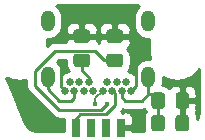
<source format=gbl>
%TF.GenerationSoftware,KiCad,Pcbnew,(5.1.6)-1*%
%TF.CreationDate,2022-01-04T17:41:04+01:00*%
%TF.ProjectId,headphone_plug,68656164-7068-46f6-9e65-5f706c75672e,rev?*%
%TF.SameCoordinates,Original*%
%TF.FileFunction,Copper,L2,Bot*%
%TF.FilePolarity,Positive*%
%FSLAX46Y46*%
G04 Gerber Fmt 4.6, Leading zero omitted, Abs format (unit mm)*
G04 Created by KiCad (PCBNEW (5.1.6)-1) date 2022-01-04 17:41:04*
%MOMM*%
%LPD*%
G01*
G04 APERTURE LIST*
%TA.AperFunction,ComponentPad*%
%ADD10O,1.200000X1.800000*%
%TD*%
%TA.AperFunction,ComponentPad*%
%ADD11C,0.650000*%
%TD*%
%TA.AperFunction,SMDPad,CuDef*%
%ADD12R,0.762000X1.524000*%
%TD*%
%TA.AperFunction,ViaPad*%
%ADD13C,0.400000*%
%TD*%
%TA.AperFunction,Conductor*%
%ADD14C,0.254000*%
%TD*%
%TA.AperFunction,Conductor*%
%ADD15C,0.127000*%
%TD*%
G04 APERTURE END LIST*
D10*
%TO.P,J1,S1*%
%TO.N,Net-(C1-Pad2)*%
X165920000Y-92620000D03*
X157380000Y-92620000D03*
X157380000Y-87890000D03*
X165920000Y-87890000D03*
D11*
%TO.P,J1,B1*%
%TO.N,GND*%
X158850000Y-93770000D03*
%TO.P,J1,B4*%
%TO.N,+5V*%
X160450000Y-93770000D03*
%TO.P,J1,B6*%
%TO.N,UD+*%
X161250000Y-93770000D03*
%TO.P,J1,B7*%
%TO.N,UD-*%
X162050000Y-93770000D03*
%TO.P,J1,B9*%
%TO.N,+5V*%
X162850000Y-93770000D03*
%TO.P,J1,B12*%
%TO.N,GND*%
X164450000Y-93770000D03*
%TO.P,J1,B2*%
%TO.N,N/C*%
X159250000Y-93070000D03*
%TO.P,J1,B3*%
X160050000Y-93070000D03*
%TO.P,J1,B5*%
%TO.N,Net-(J1-PadB5)*%
X160850000Y-93070000D03*
%TO.P,J1,B8*%
%TO.N,Net-(J1-PadB8)*%
X162450000Y-93070000D03*
%TO.P,J1,B10*%
%TO.N,N/C*%
X163250000Y-93070000D03*
%TO.P,J1,B11*%
X164050000Y-93070000D03*
%TO.P,J1,S1*%
%TO.N,Net-(C1-Pad2)*%
X159650000Y-93770000D03*
X163650000Y-93770000D03*
%TD*%
%TO.P,R1,1*%
%TO.N,GND*%
%TA.AperFunction,SMDPad,CuDef*%
G36*
G01*
X169358000Y-96069999D02*
X169358000Y-96970001D01*
G75*
G02*
X169108001Y-97220000I-249999J0D01*
G01*
X168457999Y-97220000D01*
G75*
G02*
X168208000Y-96970001I0J249999D01*
G01*
X168208000Y-96069999D01*
G75*
G02*
X168457999Y-95820000I249999J0D01*
G01*
X169108001Y-95820000D01*
G75*
G02*
X169358000Y-96069999I0J-249999D01*
G01*
G37*
%TD.AperFunction*%
%TO.P,R1,2*%
%TO.N,Net-(C1-Pad2)*%
%TA.AperFunction,SMDPad,CuDef*%
G36*
G01*
X167308000Y-96069999D02*
X167308000Y-96970001D01*
G75*
G02*
X167058001Y-97220000I-249999J0D01*
G01*
X166407999Y-97220000D01*
G75*
G02*
X166158000Y-96970001I0J249999D01*
G01*
X166158000Y-96069999D01*
G75*
G02*
X166407999Y-95820000I249999J0D01*
G01*
X167058001Y-95820000D01*
G75*
G02*
X167308000Y-96069999I0J-249999D01*
G01*
G37*
%TD.AperFunction*%
%TD*%
%TO.P,C1,1*%
%TO.N,GND*%
%TA.AperFunction,SMDPad,CuDef*%
G36*
G01*
X169376000Y-94164999D02*
X169376000Y-95065001D01*
G75*
G02*
X169126001Y-95315000I-249999J0D01*
G01*
X168475999Y-95315000D01*
G75*
G02*
X168226000Y-95065001I0J249999D01*
G01*
X168226000Y-94164999D01*
G75*
G02*
X168475999Y-93915000I249999J0D01*
G01*
X169126001Y-93915000D01*
G75*
G02*
X169376000Y-94164999I0J-249999D01*
G01*
G37*
%TD.AperFunction*%
%TO.P,C1,2*%
%TO.N,Net-(C1-Pad2)*%
%TA.AperFunction,SMDPad,CuDef*%
G36*
G01*
X167326000Y-94164999D02*
X167326000Y-95065001D01*
G75*
G02*
X167076001Y-95315000I-249999J0D01*
G01*
X166425999Y-95315000D01*
G75*
G02*
X166176000Y-95065001I0J249999D01*
G01*
X166176000Y-94164999D01*
G75*
G02*
X166425999Y-93915000I249999J0D01*
G01*
X167076001Y-93915000D01*
G75*
G02*
X167326000Y-94164999I0J-249999D01*
G01*
G37*
%TD.AperFunction*%
%TD*%
%TO.P,R2,2*%
%TO.N,Net-(J1-PadB5)*%
%TA.AperFunction,SMDPad,CuDef*%
G36*
G01*
X159823999Y-90629000D02*
X160724001Y-90629000D01*
G75*
G02*
X160974000Y-90878999I0J-249999D01*
G01*
X160974000Y-91529001D01*
G75*
G02*
X160724001Y-91779000I-249999J0D01*
G01*
X159823999Y-91779000D01*
G75*
G02*
X159574000Y-91529001I0J249999D01*
G01*
X159574000Y-90878999D01*
G75*
G02*
X159823999Y-90629000I249999J0D01*
G01*
G37*
%TD.AperFunction*%
%TO.P,R2,1*%
%TO.N,GND*%
%TA.AperFunction,SMDPad,CuDef*%
G36*
G01*
X159823999Y-88579000D02*
X160724001Y-88579000D01*
G75*
G02*
X160974000Y-88828999I0J-249999D01*
G01*
X160974000Y-89479001D01*
G75*
G02*
X160724001Y-89729000I-249999J0D01*
G01*
X159823999Y-89729000D01*
G75*
G02*
X159574000Y-89479001I0J249999D01*
G01*
X159574000Y-88828999D01*
G75*
G02*
X159823999Y-88579000I249999J0D01*
G01*
G37*
%TD.AperFunction*%
%TD*%
%TO.P,R3,1*%
%TO.N,GND*%
%TA.AperFunction,SMDPad,CuDef*%
G36*
G01*
X162617999Y-88579000D02*
X163518001Y-88579000D01*
G75*
G02*
X163768000Y-88828999I0J-249999D01*
G01*
X163768000Y-89479001D01*
G75*
G02*
X163518001Y-89729000I-249999J0D01*
G01*
X162617999Y-89729000D01*
G75*
G02*
X162368000Y-89479001I0J249999D01*
G01*
X162368000Y-88828999D01*
G75*
G02*
X162617999Y-88579000I249999J0D01*
G01*
G37*
%TD.AperFunction*%
%TO.P,R3,2*%
%TO.N,Net-(J1-PadA5)*%
%TA.AperFunction,SMDPad,CuDef*%
G36*
G01*
X162617999Y-90629000D02*
X163518001Y-90629000D01*
G75*
G02*
X163768000Y-90878999I0J-249999D01*
G01*
X163768000Y-91529001D01*
G75*
G02*
X163518001Y-91779000I-249999J0D01*
G01*
X162617999Y-91779000D01*
G75*
G02*
X162368000Y-91529001I0J249999D01*
G01*
X162368000Y-90878999D01*
G75*
G02*
X162617999Y-90629000I249999J0D01*
G01*
G37*
%TD.AperFunction*%
%TD*%
D12*
%TO.P,J2,1*%
%TO.N,GND*%
X163576000Y-96901000D03*
%TO.P,J2,2*%
%TO.N,UD+*%
X162306000Y-96901000D03*
%TO.P,J2,3*%
%TO.N,UD-*%
X161036000Y-96901000D03*
%TO.P,J2,4*%
%TO.N,+5V*%
X159766000Y-96901000D03*
%TD*%
D13*
%TO.N,GND*%
X163830000Y-87630000D03*
X162560000Y-87630000D03*
X161290000Y-87630000D03*
X160020000Y-87630000D03*
X158750000Y-87630000D03*
X158750000Y-88900000D03*
X158750000Y-91440000D03*
X164909500Y-90170000D03*
X170053000Y-92710000D03*
X170053000Y-93980000D03*
X170053000Y-95250000D03*
X154940000Y-93980000D03*
X156210000Y-95250000D03*
X157480000Y-96520000D03*
X156210000Y-96520000D03*
X165100000Y-96520000D03*
%TO.N,+5V*%
X159766000Y-96901000D03*
%TO.N,Net-(J1-PadA5)*%
X162400000Y-94920000D03*
%TO.N,UD+*%
X162306000Y-96901000D03*
%TO.N,UD-*%
X161036000Y-96901000D03*
X161400000Y-94920000D03*
%TD*%
D14*
%TO.N,GND*%
X164450000Y-93770000D02*
X164846000Y-93374000D01*
X164846000Y-93374000D02*
X164846000Y-92075000D01*
X164846000Y-92075000D02*
X164846000Y-91059000D01*
X158850000Y-93770000D02*
X158496000Y-93416000D01*
X158496000Y-93416000D02*
X158496000Y-91567000D01*
%TO.N,Net-(C1-Pad2)*%
X165920000Y-94049000D02*
X165920000Y-92620000D01*
X163957000Y-94615000D02*
X165354000Y-94615000D01*
X163650000Y-94308000D02*
X163957000Y-94615000D01*
X165354000Y-94615000D02*
X165920000Y-94049000D01*
X163650000Y-93770000D02*
X163650000Y-94308000D01*
X166733000Y-94633000D02*
X166751000Y-94615000D01*
X166733000Y-96520000D02*
X166733000Y-94633000D01*
X166185000Y-94049000D02*
X166751000Y-94615000D01*
X165920000Y-94049000D02*
X166185000Y-94049000D01*
X157380000Y-93626000D02*
X157380000Y-92620000D01*
X158369000Y-94615000D02*
X157380000Y-93626000D01*
X159385000Y-94615000D02*
X158369000Y-94615000D01*
X159650000Y-93770000D02*
X159650000Y-94350000D01*
X159650000Y-94350000D02*
X159385000Y-94615000D01*
%TO.N,+5V*%
X163068000Y-93988000D02*
X162850000Y-93770000D01*
X159766000Y-96139000D02*
X160147000Y-95758000D01*
X160147000Y-95758000D02*
X162306000Y-95758000D01*
X159766000Y-96901000D02*
X159766000Y-96139000D01*
X163068000Y-94996000D02*
X163068000Y-93988000D01*
X162306000Y-95758000D02*
X163068000Y-94996000D01*
%TO.N,Net-(J1-PadA5)*%
X161367990Y-90374990D02*
X162197000Y-91204000D01*
X162197000Y-91204000D02*
X163068000Y-91204000D01*
X158037010Y-90374990D02*
X161367990Y-90374990D01*
X161945999Y-95374001D02*
X158366001Y-95374001D01*
X158366001Y-95374001D02*
X156337000Y-93345000D01*
X156337000Y-93345000D02*
X156337000Y-92075000D01*
X162400000Y-94920000D02*
X161945999Y-95374001D01*
X156337000Y-92075000D02*
X158037010Y-90374990D01*
D15*
%TO.N,UD-*%
X162050000Y-93770000D02*
X161417000Y-94403000D01*
X161400000Y-94420000D02*
X161417000Y-94403000D01*
X161400000Y-94920000D02*
X161400000Y-94420000D01*
D14*
%TO.N,Net-(J1-PadB5)*%
X160274000Y-91204000D02*
X160274000Y-92075000D01*
X160850000Y-92651000D02*
X160850000Y-93070000D01*
X160274000Y-92075000D02*
X160850000Y-92651000D01*
%TD*%
%TO.N,GND*%
G36*
X154052900Y-92738235D02*
G01*
X154112546Y-92762333D01*
X154171887Y-92787278D01*
X154181377Y-92790143D01*
X154485730Y-92879719D01*
X154548934Y-92891776D01*
X154611978Y-92904717D01*
X154621842Y-92905684D01*
X154621844Y-92905684D01*
X154937801Y-92934438D01*
X155002116Y-92933989D01*
X155066497Y-92934438D01*
X155076362Y-92933471D01*
X155391886Y-92900309D01*
X155454917Y-92887371D01*
X155518135Y-92875311D01*
X155527619Y-92872447D01*
X155527623Y-92872446D01*
X155527626Y-92872445D01*
X155575000Y-92857780D01*
X155575000Y-93307576D01*
X155571314Y-93345000D01*
X155575000Y-93382423D01*
X155575000Y-93382425D01*
X155586026Y-93494377D01*
X155629598Y-93638014D01*
X155643181Y-93663426D01*
X155700355Y-93770392D01*
X155719719Y-93793987D01*
X155795578Y-93886422D01*
X155824654Y-93910284D01*
X157800717Y-95886347D01*
X157824579Y-95915423D01*
X157889766Y-95968920D01*
X157940608Y-96010646D01*
X157960887Y-96021485D01*
X158072986Y-96081403D01*
X158216623Y-96124975D01*
X158328575Y-96136001D01*
X158328578Y-96136001D01*
X158366001Y-96139687D01*
X158403424Y-96136001D01*
X158747223Y-96136001D01*
X158746928Y-96139000D01*
X158746928Y-97196050D01*
X156285061Y-97196050D01*
X155900031Y-97039429D01*
X155571842Y-96685453D01*
X155559339Y-96655521D01*
X155418696Y-96318724D01*
X155001902Y-95317316D01*
X154357211Y-93764518D01*
X153897743Y-92657121D01*
X154052900Y-92738235D01*
G37*
X154052900Y-92738235D02*
X154112546Y-92762333D01*
X154171887Y-92787278D01*
X154181377Y-92790143D01*
X154485730Y-92879719D01*
X154548934Y-92891776D01*
X154611978Y-92904717D01*
X154621842Y-92905684D01*
X154621844Y-92905684D01*
X154937801Y-92934438D01*
X155002116Y-92933989D01*
X155066497Y-92934438D01*
X155076362Y-92933471D01*
X155391886Y-92900309D01*
X155454917Y-92887371D01*
X155518135Y-92875311D01*
X155527619Y-92872447D01*
X155527623Y-92872446D01*
X155527626Y-92872445D01*
X155575000Y-92857780D01*
X155575000Y-93307576D01*
X155571314Y-93345000D01*
X155575000Y-93382423D01*
X155575000Y-93382425D01*
X155586026Y-93494377D01*
X155629598Y-93638014D01*
X155643181Y-93663426D01*
X155700355Y-93770392D01*
X155719719Y-93793987D01*
X155795578Y-93886422D01*
X155824654Y-93910284D01*
X157800717Y-95886347D01*
X157824579Y-95915423D01*
X157889766Y-95968920D01*
X157940608Y-96010646D01*
X157960887Y-96021485D01*
X158072986Y-96081403D01*
X158216623Y-96124975D01*
X158328575Y-96136001D01*
X158328578Y-96136001D01*
X158366001Y-96139687D01*
X158403424Y-96136001D01*
X158747223Y-96136001D01*
X158746928Y-96139000D01*
X158746928Y-97196050D01*
X156285061Y-97196050D01*
X155900031Y-97039429D01*
X155571842Y-96685453D01*
X155559339Y-96655521D01*
X155418696Y-96318724D01*
X155001902Y-95317316D01*
X154357211Y-93764518D01*
X153897743Y-92657121D01*
X154052900Y-92738235D01*
G36*
X165605528Y-95404851D02*
G01*
X165686395Y-95556142D01*
X165669595Y-95576613D01*
X165587528Y-95730149D01*
X165536992Y-95896745D01*
X165519928Y-96069999D01*
X165519928Y-96970001D01*
X165536992Y-97143255D01*
X165553007Y-97196050D01*
X164592060Y-97196050D01*
X164592000Y-97186750D01*
X164433250Y-97028000D01*
X163703000Y-97028000D01*
X163703000Y-97048000D01*
X163449000Y-97048000D01*
X163449000Y-97028000D01*
X163429000Y-97028000D01*
X163429000Y-96774000D01*
X163449000Y-96774000D01*
X163449000Y-96754000D01*
X163703000Y-96754000D01*
X163703000Y-96774000D01*
X164433250Y-96774000D01*
X164592000Y-96615250D01*
X164595072Y-96139000D01*
X164582812Y-96014518D01*
X164546502Y-95894820D01*
X164487537Y-95784506D01*
X164408185Y-95687815D01*
X164311494Y-95608463D01*
X164201180Y-95549498D01*
X164081482Y-95513188D01*
X163957000Y-95500928D01*
X163861750Y-95504000D01*
X163703002Y-95662748D01*
X163703002Y-95504000D01*
X163636851Y-95504000D01*
X163668442Y-95465506D01*
X163704645Y-95421393D01*
X163744501Y-95346826D01*
X163807622Y-95365974D01*
X163919574Y-95377000D01*
X163919577Y-95377000D01*
X163957000Y-95380686D01*
X163994423Y-95377000D01*
X165316577Y-95377000D01*
X165354000Y-95380686D01*
X165391423Y-95377000D01*
X165391426Y-95377000D01*
X165503378Y-95365974D01*
X165586121Y-95340874D01*
X165605528Y-95404851D01*
G37*
X165605528Y-95404851D02*
X165686395Y-95556142D01*
X165669595Y-95576613D01*
X165587528Y-95730149D01*
X165536992Y-95896745D01*
X165519928Y-96069999D01*
X165519928Y-96970001D01*
X165536992Y-97143255D01*
X165553007Y-97196050D01*
X164592060Y-97196050D01*
X164592000Y-97186750D01*
X164433250Y-97028000D01*
X163703000Y-97028000D01*
X163703000Y-97048000D01*
X163449000Y-97048000D01*
X163449000Y-97028000D01*
X163429000Y-97028000D01*
X163429000Y-96774000D01*
X163449000Y-96774000D01*
X163449000Y-96754000D01*
X163703000Y-96754000D01*
X163703000Y-96774000D01*
X164433250Y-96774000D01*
X164592000Y-96615250D01*
X164595072Y-96139000D01*
X164582812Y-96014518D01*
X164546502Y-95894820D01*
X164487537Y-95784506D01*
X164408185Y-95687815D01*
X164311494Y-95608463D01*
X164201180Y-95549498D01*
X164081482Y-95513188D01*
X163957000Y-95500928D01*
X163861750Y-95504000D01*
X163703002Y-95662748D01*
X163703002Y-95504000D01*
X163636851Y-95504000D01*
X163668442Y-95465506D01*
X163704645Y-95421393D01*
X163744501Y-95346826D01*
X163807622Y-95365974D01*
X163919574Y-95377000D01*
X163919577Y-95377000D01*
X163957000Y-95380686D01*
X163994423Y-95377000D01*
X165316577Y-95377000D01*
X165354000Y-95380686D01*
X165391423Y-95377000D01*
X165391426Y-95377000D01*
X165503378Y-95365974D01*
X165586121Y-95340874D01*
X165605528Y-95404851D01*
G36*
X170226619Y-95344281D02*
G01*
X170226618Y-95344291D01*
X170226618Y-95529256D01*
X170081599Y-96062276D01*
X169993301Y-96193659D01*
X169996072Y-95820000D01*
X169983812Y-95695518D01*
X169950799Y-95586688D01*
X169965502Y-95559180D01*
X170001812Y-95439482D01*
X170014072Y-95315000D01*
X170011000Y-94900750D01*
X169852250Y-94742000D01*
X168928000Y-94742000D01*
X168928000Y-95325750D01*
X168910000Y-95343750D01*
X168910000Y-96393000D01*
X168930000Y-96393000D01*
X168930000Y-96647000D01*
X168910000Y-96647000D01*
X168910000Y-96667000D01*
X168656000Y-96667000D01*
X168656000Y-96647000D01*
X168636000Y-96647000D01*
X168636000Y-96393000D01*
X168656000Y-96393000D01*
X168656000Y-95809250D01*
X168674000Y-95791250D01*
X168674000Y-94742000D01*
X168654000Y-94742000D01*
X168654000Y-94488000D01*
X168674000Y-94488000D01*
X168674000Y-93438750D01*
X168928000Y-93438750D01*
X168928000Y-94488000D01*
X169852250Y-94488000D01*
X170011000Y-94329250D01*
X170014072Y-93915000D01*
X170001812Y-93790518D01*
X169965502Y-93670820D01*
X169906537Y-93560506D01*
X169827185Y-93463815D01*
X169730494Y-93384463D01*
X169620180Y-93325498D01*
X169500482Y-93289188D01*
X169376000Y-93276928D01*
X169086750Y-93280000D01*
X168928000Y-93438750D01*
X168674000Y-93438750D01*
X168515250Y-93280000D01*
X168226000Y-93276928D01*
X168101518Y-93289188D01*
X167981820Y-93325498D01*
X167871506Y-93384463D01*
X167774815Y-93463815D01*
X167709342Y-93543594D01*
X167703962Y-93537038D01*
X167569387Y-93426595D01*
X167415851Y-93344528D01*
X167249255Y-93293992D01*
X167101535Y-93279443D01*
X167137130Y-93162102D01*
X167155000Y-92980665D01*
X167155000Y-92616478D01*
X167387900Y-92738235D01*
X167447546Y-92762333D01*
X167506887Y-92787278D01*
X167516377Y-92790143D01*
X167820730Y-92879719D01*
X167883934Y-92891776D01*
X167946978Y-92904717D01*
X167956842Y-92905684D01*
X167956844Y-92905684D01*
X168272801Y-92934438D01*
X168337116Y-92933989D01*
X168401497Y-92934438D01*
X168411362Y-92933471D01*
X168726886Y-92900309D01*
X168789917Y-92887371D01*
X168853135Y-92875311D01*
X168862619Y-92872447D01*
X168862623Y-92872446D01*
X168862626Y-92872445D01*
X169165699Y-92778628D01*
X169225000Y-92753700D01*
X169284686Y-92729585D01*
X169293439Y-92724931D01*
X169572518Y-92574033D01*
X169625852Y-92538059D01*
X169679713Y-92502813D01*
X169687395Y-92496547D01*
X169931849Y-92294318D01*
X169977203Y-92248646D01*
X170023169Y-92203633D01*
X170029488Y-92195994D01*
X170226618Y-91954289D01*
X170226619Y-95344281D01*
G37*
X170226619Y-95344281D02*
X170226618Y-95344291D01*
X170226618Y-95529256D01*
X170081599Y-96062276D01*
X169993301Y-96193659D01*
X169996072Y-95820000D01*
X169983812Y-95695518D01*
X169950799Y-95586688D01*
X169965502Y-95559180D01*
X170001812Y-95439482D01*
X170014072Y-95315000D01*
X170011000Y-94900750D01*
X169852250Y-94742000D01*
X168928000Y-94742000D01*
X168928000Y-95325750D01*
X168910000Y-95343750D01*
X168910000Y-96393000D01*
X168930000Y-96393000D01*
X168930000Y-96647000D01*
X168910000Y-96647000D01*
X168910000Y-96667000D01*
X168656000Y-96667000D01*
X168656000Y-96647000D01*
X168636000Y-96647000D01*
X168636000Y-96393000D01*
X168656000Y-96393000D01*
X168656000Y-95809250D01*
X168674000Y-95791250D01*
X168674000Y-94742000D01*
X168654000Y-94742000D01*
X168654000Y-94488000D01*
X168674000Y-94488000D01*
X168674000Y-93438750D01*
X168928000Y-93438750D01*
X168928000Y-94488000D01*
X169852250Y-94488000D01*
X170011000Y-94329250D01*
X170014072Y-93915000D01*
X170001812Y-93790518D01*
X169965502Y-93670820D01*
X169906537Y-93560506D01*
X169827185Y-93463815D01*
X169730494Y-93384463D01*
X169620180Y-93325498D01*
X169500482Y-93289188D01*
X169376000Y-93276928D01*
X169086750Y-93280000D01*
X168928000Y-93438750D01*
X168674000Y-93438750D01*
X168515250Y-93280000D01*
X168226000Y-93276928D01*
X168101518Y-93289188D01*
X167981820Y-93325498D01*
X167871506Y-93384463D01*
X167774815Y-93463815D01*
X167709342Y-93543594D01*
X167703962Y-93537038D01*
X167569387Y-93426595D01*
X167415851Y-93344528D01*
X167249255Y-93293992D01*
X167101535Y-93279443D01*
X167137130Y-93162102D01*
X167155000Y-92980665D01*
X167155000Y-92616478D01*
X167387900Y-92738235D01*
X167447546Y-92762333D01*
X167506887Y-92787278D01*
X167516377Y-92790143D01*
X167820730Y-92879719D01*
X167883934Y-92891776D01*
X167946978Y-92904717D01*
X167956842Y-92905684D01*
X167956844Y-92905684D01*
X168272801Y-92934438D01*
X168337116Y-92933989D01*
X168401497Y-92934438D01*
X168411362Y-92933471D01*
X168726886Y-92900309D01*
X168789917Y-92887371D01*
X168853135Y-92875311D01*
X168862619Y-92872447D01*
X168862623Y-92872446D01*
X168862626Y-92872445D01*
X169165699Y-92778628D01*
X169225000Y-92753700D01*
X169284686Y-92729585D01*
X169293439Y-92724931D01*
X169572518Y-92574033D01*
X169625852Y-92538059D01*
X169679713Y-92502813D01*
X169687395Y-92496547D01*
X169931849Y-92294318D01*
X169977203Y-92248646D01*
X170023169Y-92203633D01*
X170029488Y-92195994D01*
X170226618Y-91954289D01*
X170226619Y-95344281D01*
G36*
X164948628Y-86508521D02*
G01*
X164949392Y-86508596D01*
X164982025Y-86508596D01*
X165006197Y-86533145D01*
X165010929Y-86536360D01*
X165015010Y-86540371D01*
X165067366Y-86574704D01*
X165090791Y-86590619D01*
X165095771Y-86593331D01*
X165129130Y-86615206D01*
X165150518Y-86623849D01*
X165042499Y-86712498D01*
X164888168Y-86900551D01*
X164773489Y-87115099D01*
X164702870Y-87347898D01*
X164685000Y-87529335D01*
X164685000Y-88250664D01*
X164702870Y-88432101D01*
X164773489Y-88664900D01*
X164888167Y-88879448D01*
X165042498Y-89067502D01*
X165230551Y-89221833D01*
X165445099Y-89336511D01*
X165677898Y-89407130D01*
X165920000Y-89430975D01*
X165990200Y-89424061D01*
X165990201Y-90636677D01*
X165993746Y-90672671D01*
X165993746Y-90693782D01*
X165994783Y-90703640D01*
X166030148Y-91018924D01*
X166043520Y-91081836D01*
X166045410Y-91091377D01*
X165920000Y-91079025D01*
X165677899Y-91102870D01*
X165445100Y-91173489D01*
X165230552Y-91288167D01*
X165042499Y-91442498D01*
X164888168Y-91630551D01*
X164773489Y-91845099D01*
X164702870Y-92077898D01*
X164685000Y-92259335D01*
X164685000Y-92347355D01*
X164661964Y-92324319D01*
X164504731Y-92219259D01*
X164330022Y-92146892D01*
X164178896Y-92116831D01*
X164256405Y-92022387D01*
X164338472Y-91868851D01*
X164389008Y-91702255D01*
X164406072Y-91529001D01*
X164406072Y-90878999D01*
X164389008Y-90705745D01*
X164338472Y-90539149D01*
X164256405Y-90385613D01*
X164145962Y-90251038D01*
X164139406Y-90245658D01*
X164219185Y-90180185D01*
X164298537Y-90083494D01*
X164357502Y-89973180D01*
X164393812Y-89853482D01*
X164406072Y-89729000D01*
X164403000Y-89439750D01*
X164244250Y-89281000D01*
X163195000Y-89281000D01*
X163195000Y-89301000D01*
X162941000Y-89301000D01*
X162941000Y-89281000D01*
X161891750Y-89281000D01*
X161733000Y-89439750D01*
X161730187Y-89704567D01*
X161661005Y-89667588D01*
X161611260Y-89652498D01*
X161609000Y-89439750D01*
X161450250Y-89281000D01*
X160401000Y-89281000D01*
X160401000Y-89301000D01*
X160147000Y-89301000D01*
X160147000Y-89281000D01*
X159097750Y-89281000D01*
X158939000Y-89439750D01*
X158937160Y-89612990D01*
X158074432Y-89612990D01*
X158037009Y-89609304D01*
X157999586Y-89612990D01*
X157999584Y-89612990D01*
X157887632Y-89624016D01*
X157743995Y-89667588D01*
X157611618Y-89738345D01*
X157495588Y-89833568D01*
X157471731Y-89862638D01*
X157326400Y-90007969D01*
X157326400Y-89425696D01*
X157380000Y-89430975D01*
X157622101Y-89407130D01*
X157854900Y-89336511D01*
X158069448Y-89221833D01*
X158257502Y-89067502D01*
X158411833Y-88879449D01*
X158526511Y-88664901D01*
X158552568Y-88579000D01*
X158935928Y-88579000D01*
X158939000Y-88868250D01*
X159097750Y-89027000D01*
X160147000Y-89027000D01*
X160147000Y-88102750D01*
X160401000Y-88102750D01*
X160401000Y-89027000D01*
X161450250Y-89027000D01*
X161609000Y-88868250D01*
X161612072Y-88579000D01*
X161729928Y-88579000D01*
X161733000Y-88868250D01*
X161891750Y-89027000D01*
X162941000Y-89027000D01*
X162941000Y-88102750D01*
X163195000Y-88102750D01*
X163195000Y-89027000D01*
X164244250Y-89027000D01*
X164403000Y-88868250D01*
X164406072Y-88579000D01*
X164393812Y-88454518D01*
X164357502Y-88334820D01*
X164298537Y-88224506D01*
X164219185Y-88127815D01*
X164122494Y-88048463D01*
X164012180Y-87989498D01*
X163892482Y-87953188D01*
X163768000Y-87940928D01*
X163353750Y-87944000D01*
X163195000Y-88102750D01*
X162941000Y-88102750D01*
X162782250Y-87944000D01*
X162368000Y-87940928D01*
X162243518Y-87953188D01*
X162123820Y-87989498D01*
X162013506Y-88048463D01*
X161916815Y-88127815D01*
X161837463Y-88224506D01*
X161778498Y-88334820D01*
X161742188Y-88454518D01*
X161729928Y-88579000D01*
X161612072Y-88579000D01*
X161599812Y-88454518D01*
X161563502Y-88334820D01*
X161504537Y-88224506D01*
X161425185Y-88127815D01*
X161328494Y-88048463D01*
X161218180Y-87989498D01*
X161098482Y-87953188D01*
X160974000Y-87940928D01*
X160559750Y-87944000D01*
X160401000Y-88102750D01*
X160147000Y-88102750D01*
X159988250Y-87944000D01*
X159574000Y-87940928D01*
X159449518Y-87953188D01*
X159329820Y-87989498D01*
X159219506Y-88048463D01*
X159122815Y-88127815D01*
X159043463Y-88224506D01*
X158984498Y-88334820D01*
X158948188Y-88454518D01*
X158935928Y-88579000D01*
X158552568Y-88579000D01*
X158597130Y-88432102D01*
X158615000Y-88250665D01*
X158615000Y-87529336D01*
X158597130Y-87347899D01*
X158526511Y-87115099D01*
X158411833Y-86900551D01*
X158257502Y-86712498D01*
X158124785Y-86603580D01*
X158153801Y-86585370D01*
X158168145Y-86577354D01*
X158182607Y-86567294D01*
X158226504Y-86539746D01*
X158238527Y-86528392D01*
X158252100Y-86518950D01*
X158260275Y-86510463D01*
X158265396Y-86510432D01*
X159061884Y-86510432D01*
X159062421Y-86510484D01*
X159095756Y-86510432D01*
X159129408Y-86510432D01*
X159129950Y-86510379D01*
X160272747Y-86508596D01*
X161588972Y-86508596D01*
X161589435Y-86508641D01*
X161622539Y-86508596D01*
X161656560Y-86508596D01*
X161657036Y-86508549D01*
X162973201Y-86506760D01*
X164149084Y-86506760D01*
X164948628Y-86508521D01*
G37*
X164948628Y-86508521D02*
X164949392Y-86508596D01*
X164982025Y-86508596D01*
X165006197Y-86533145D01*
X165010929Y-86536360D01*
X165015010Y-86540371D01*
X165067366Y-86574704D01*
X165090791Y-86590619D01*
X165095771Y-86593331D01*
X165129130Y-86615206D01*
X165150518Y-86623849D01*
X165042499Y-86712498D01*
X164888168Y-86900551D01*
X164773489Y-87115099D01*
X164702870Y-87347898D01*
X164685000Y-87529335D01*
X164685000Y-88250664D01*
X164702870Y-88432101D01*
X164773489Y-88664900D01*
X164888167Y-88879448D01*
X165042498Y-89067502D01*
X165230551Y-89221833D01*
X165445099Y-89336511D01*
X165677898Y-89407130D01*
X165920000Y-89430975D01*
X165990200Y-89424061D01*
X165990201Y-90636677D01*
X165993746Y-90672671D01*
X165993746Y-90693782D01*
X165994783Y-90703640D01*
X166030148Y-91018924D01*
X166043520Y-91081836D01*
X166045410Y-91091377D01*
X165920000Y-91079025D01*
X165677899Y-91102870D01*
X165445100Y-91173489D01*
X165230552Y-91288167D01*
X165042499Y-91442498D01*
X164888168Y-91630551D01*
X164773489Y-91845099D01*
X164702870Y-92077898D01*
X164685000Y-92259335D01*
X164685000Y-92347355D01*
X164661964Y-92324319D01*
X164504731Y-92219259D01*
X164330022Y-92146892D01*
X164178896Y-92116831D01*
X164256405Y-92022387D01*
X164338472Y-91868851D01*
X164389008Y-91702255D01*
X164406072Y-91529001D01*
X164406072Y-90878999D01*
X164389008Y-90705745D01*
X164338472Y-90539149D01*
X164256405Y-90385613D01*
X164145962Y-90251038D01*
X164139406Y-90245658D01*
X164219185Y-90180185D01*
X164298537Y-90083494D01*
X164357502Y-89973180D01*
X164393812Y-89853482D01*
X164406072Y-89729000D01*
X164403000Y-89439750D01*
X164244250Y-89281000D01*
X163195000Y-89281000D01*
X163195000Y-89301000D01*
X162941000Y-89301000D01*
X162941000Y-89281000D01*
X161891750Y-89281000D01*
X161733000Y-89439750D01*
X161730187Y-89704567D01*
X161661005Y-89667588D01*
X161611260Y-89652498D01*
X161609000Y-89439750D01*
X161450250Y-89281000D01*
X160401000Y-89281000D01*
X160401000Y-89301000D01*
X160147000Y-89301000D01*
X160147000Y-89281000D01*
X159097750Y-89281000D01*
X158939000Y-89439750D01*
X158937160Y-89612990D01*
X158074432Y-89612990D01*
X158037009Y-89609304D01*
X157999586Y-89612990D01*
X157999584Y-89612990D01*
X157887632Y-89624016D01*
X157743995Y-89667588D01*
X157611618Y-89738345D01*
X157495588Y-89833568D01*
X157471731Y-89862638D01*
X157326400Y-90007969D01*
X157326400Y-89425696D01*
X157380000Y-89430975D01*
X157622101Y-89407130D01*
X157854900Y-89336511D01*
X158069448Y-89221833D01*
X158257502Y-89067502D01*
X158411833Y-88879449D01*
X158526511Y-88664901D01*
X158552568Y-88579000D01*
X158935928Y-88579000D01*
X158939000Y-88868250D01*
X159097750Y-89027000D01*
X160147000Y-89027000D01*
X160147000Y-88102750D01*
X160401000Y-88102750D01*
X160401000Y-89027000D01*
X161450250Y-89027000D01*
X161609000Y-88868250D01*
X161612072Y-88579000D01*
X161729928Y-88579000D01*
X161733000Y-88868250D01*
X161891750Y-89027000D01*
X162941000Y-89027000D01*
X162941000Y-88102750D01*
X163195000Y-88102750D01*
X163195000Y-89027000D01*
X164244250Y-89027000D01*
X164403000Y-88868250D01*
X164406072Y-88579000D01*
X164393812Y-88454518D01*
X164357502Y-88334820D01*
X164298537Y-88224506D01*
X164219185Y-88127815D01*
X164122494Y-88048463D01*
X164012180Y-87989498D01*
X163892482Y-87953188D01*
X163768000Y-87940928D01*
X163353750Y-87944000D01*
X163195000Y-88102750D01*
X162941000Y-88102750D01*
X162782250Y-87944000D01*
X162368000Y-87940928D01*
X162243518Y-87953188D01*
X162123820Y-87989498D01*
X162013506Y-88048463D01*
X161916815Y-88127815D01*
X161837463Y-88224506D01*
X161778498Y-88334820D01*
X161742188Y-88454518D01*
X161729928Y-88579000D01*
X161612072Y-88579000D01*
X161599812Y-88454518D01*
X161563502Y-88334820D01*
X161504537Y-88224506D01*
X161425185Y-88127815D01*
X161328494Y-88048463D01*
X161218180Y-87989498D01*
X161098482Y-87953188D01*
X160974000Y-87940928D01*
X160559750Y-87944000D01*
X160401000Y-88102750D01*
X160147000Y-88102750D01*
X159988250Y-87944000D01*
X159574000Y-87940928D01*
X159449518Y-87953188D01*
X159329820Y-87989498D01*
X159219506Y-88048463D01*
X159122815Y-88127815D01*
X159043463Y-88224506D01*
X158984498Y-88334820D01*
X158948188Y-88454518D01*
X158935928Y-88579000D01*
X158552568Y-88579000D01*
X158597130Y-88432102D01*
X158615000Y-88250665D01*
X158615000Y-87529336D01*
X158597130Y-87347899D01*
X158526511Y-87115099D01*
X158411833Y-86900551D01*
X158257502Y-86712498D01*
X158124785Y-86603580D01*
X158153801Y-86585370D01*
X158168145Y-86577354D01*
X158182607Y-86567294D01*
X158226504Y-86539746D01*
X158238527Y-86528392D01*
X158252100Y-86518950D01*
X158260275Y-86510463D01*
X158265396Y-86510432D01*
X159061884Y-86510432D01*
X159062421Y-86510484D01*
X159095756Y-86510432D01*
X159129408Y-86510432D01*
X159129950Y-86510379D01*
X160272747Y-86508596D01*
X161588972Y-86508596D01*
X161589435Y-86508641D01*
X161622539Y-86508596D01*
X161656560Y-86508596D01*
X161657036Y-86508549D01*
X162973201Y-86506760D01*
X164149084Y-86506760D01*
X164948628Y-86508521D01*
G36*
X158935928Y-91529001D02*
G01*
X158952992Y-91702255D01*
X159003528Y-91868851D01*
X159085595Y-92022387D01*
X159157497Y-92110000D01*
X159155448Y-92110000D01*
X158969978Y-92146892D01*
X158795269Y-92219259D01*
X158638036Y-92324319D01*
X158615000Y-92347355D01*
X158615000Y-92259336D01*
X158597130Y-92077899D01*
X158526511Y-91845099D01*
X158411833Y-91630551D01*
X158257502Y-91442498D01*
X158141958Y-91347673D01*
X158352641Y-91136990D01*
X158935928Y-91136990D01*
X158935928Y-91529001D01*
G37*
X158935928Y-91529001D02*
X158952992Y-91702255D01*
X159003528Y-91868851D01*
X159085595Y-92022387D01*
X159157497Y-92110000D01*
X159155448Y-92110000D01*
X158969978Y-92146892D01*
X158795269Y-92219259D01*
X158638036Y-92324319D01*
X158615000Y-92347355D01*
X158615000Y-92259336D01*
X158597130Y-92077899D01*
X158526511Y-91845099D01*
X158411833Y-91630551D01*
X158257502Y-91442498D01*
X158141958Y-91347673D01*
X158352641Y-91136990D01*
X158935928Y-91136990D01*
X158935928Y-91529001D01*
%TD*%
M02*

</source>
